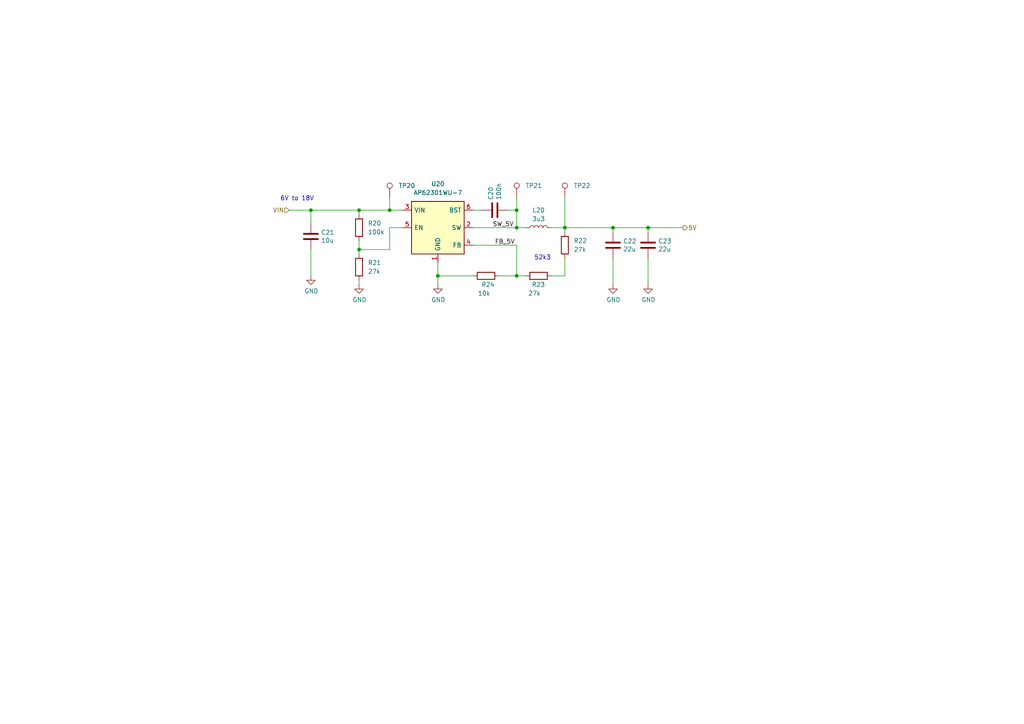
<source format=kicad_sch>
(kicad_sch (version 20211123) (generator eeschema)
  (paper "A4")
  (title_block (title "5V Regulator") (date "2023-01-30") (rev "A") (company "PaEber Electronics") (comment 1 "ESP based LED driver for ESPHome"))
  (lib_symbols
    (symbol "Connector:TestPoint" (pin_numbers hide) (pin_names (offset 0.762) hide)
      (property "Reference" "TP" (at 0 6.858 0))
      (property "Value" "TestPoint" (at 0 5.08 0))
      (symbol "TestPoint_0_1"
        (circle (center 0 3.302) (radius 0.762))
      )
      (symbol "TestPoint_1_1"
        (pin passive line (at 0 0 90) (length 2.54) (name "1") (number "1"))
      )
    )
    (symbol "Device:C" (pin_numbers hide) (pin_names (offset 0.254))
      (property "Reference" "C" (at 0.635 2.54 0))
      (property "Value" "C" (at 0.635 -2.54 0))
      (symbol "C_0_1"
        (polyline (pts (xy -2.032 -0.762) (xy 2.032 -0.762)) (stroke (width 0.508)))
        (polyline (pts (xy -2.032 0.762) (xy 2.032 0.762)) (stroke (width 0.508)))
      )
      (symbol "C_1_1"
        (pin passive line (at 0 3.81 270) (length 2.794) (name "~") (number "1"))
        (pin passive line (at 0 -3.81 90) (length 2.794) (name "~") (number "2"))
      )
    )
    (symbol "Device:R" (pin_numbers hide) (pin_names (offset 0))
      (property "Reference" "R" (at 2.032 0 90))
      (property "Value" "R" (at 0 0 90))
      (symbol "R_0_1"
        (rectangle (start -1.016 -2.54) (end 1.016 2.54) (stroke (width 0.254)))
      )
      (symbol "R_1_1"
        (pin passive line (at 0 3.81 270) (length 1.27) (name "~") (number "1"))
        (pin passive line (at 0 -3.81 90) (length 1.27) (name "~") (number "2"))
      )
    )
    (symbol "paeber:AP62301WU-7" (pin_names (offset 0.762))
      (property "Reference" "U?" (at 12.7 7.62 0))
      (property "Value" "AP62301WU-7" (at 12.7 5.08 0))
      (symbol "AP62301WU-7_0_0"
        (pin passive line (at 12.7 -15.24 90) (length 2.54) (name "GND") (number "1"))
        (pin passive line (at 22.86 -5.08 180) (length 2.54) (name "SW") (number "2"))
        (pin passive line (at 2.54 0 0) (length 2.54) (name "VIN") (number "3"))
        (pin passive line (at 22.86 -10.16 180) (length 2.54) (name "FB") (number "4"))
        (pin passive line (at 2.54 -5.08 0) (length 2.54) (name "EN") (number "5"))
        (pin passive line (at 22.86 0 180) (length 2.54) (name "BST") (number "6"))
      )
      (symbol "AP62301WU-7_0_1"
        (polyline (pts (xy 5.08 2.54) (xy 20.32 2.54) (xy 20.32 -12.7) (xy 5.08 -12.7) (xy 5.08 2.54)) (stroke (width 0.254)) (fill (type background)))
      )
    )
    (symbol "paeber:L_3u3" (pin_numbers hide) (pin_names (offset 1.016) hide)
      (property "Reference" "L?" (at 0 6.35 90))
      (property "Value" "L_3u3" (at 0 3.81 90))
      (symbol "L_3u3_0_1"
        (arc (start 0 -2.54) (mid 0.635 -1.905) (end 0 -1.27))
        (arc (start 0 -1.27) (mid 0.635 -0.635) (end 0 0))
        (arc (start 0 0) (mid 0.635 0.635) (end 0 1.27))
        (arc (start 0 1.27) (mid 0.635 1.905) (end 0 2.54))
      )
      (symbol "L_3u3_1_1"
        (pin passive line (at 0 3.81 270) (length 1.27) (name "1") (number "1"))
        (pin passive line (at 0 -3.81 90) (length 1.27) (name "2") (number "2"))
      )
    )
    (symbol "power:GND" (power) (pin_names (offset 0))
      (property "Value" "GND" (at 0 -3.81 0))
      (symbol "GND_0_1"
        (polyline (pts (xy 0 0) (xy 0 -1.27) (xy 1.27 -1.27) (xy 0 -2.54) (xy -1.27 -1.27) (xy 0 -1.27)))
      )
      (symbol "GND_1_1"
        (pin power_in line (at 0 0 270) (length 0) hide (name "GND") (number "1"))
      )
    )
  )
  (junction (at 163.83 66.04))
  (junction (at 90.17 60.96))
  (junction (at 127 80.01))
  (junction (at 177.8 66.04))
  (junction (at 149.86 80.01))
  (junction (at 149.86 60.96))
  (junction (at 104.14 72.39))
  (junction (at 149.86 66.04))
  (junction (at 104.14 60.96))
  (junction (at 187.96 66.04))
  (junction (at 113.03 60.96))
  (wire (pts (xy 116.84 60.96) (xy 113.03 60.96)))
  (wire (pts (xy 127 80.01) (xy 137.16 80.01)))
  (wire (pts (xy 163.83 66.04) (xy 177.8 66.04)))
  (wire (pts (xy 187.96 74.93) (xy 187.96 82.55)))
  (wire (pts (xy 113.03 60.96) (xy 104.14 60.96)))
  (wire (pts (xy 127 80.01) (xy 127 82.55)))
  (wire (pts (xy 137.16 60.96) (xy 139.7 60.96)))
  (wire (pts (xy 187.96 66.04) (xy 198.12 66.04)))
  (wire (pts (xy 163.83 80.01) (xy 163.83 74.93)))
  (wire (pts (xy 149.86 57.15) (xy 149.86 60.96)))
  (wire (pts (xy 137.16 66.04) (xy 149.86 66.04)))
  (wire (pts (xy 104.14 72.39) (xy 113.03 72.39)))
  (wire (pts (xy 187.96 66.04) (xy 177.8 66.04)))
  (wire (pts (xy 160.02 80.01) (xy 163.83 80.01)))
  (wire (pts (xy 104.14 60.96) (xy 104.14 62.23)))
  (wire (pts (xy 127 76.2) (xy 127 80.01)))
  (wire (pts (xy 177.8 66.04) (xy 177.8 67.31)))
  (wire (pts (xy 160.02 66.04) (xy 163.83 66.04)))
  (wire (pts (xy 90.17 72.39) (xy 90.17 80.01)))
  (wire (pts (xy 104.14 72.39) (xy 104.14 73.66)))
  (wire (pts (xy 113.03 66.04) (xy 113.03 72.39)))
  (wire (pts (xy 104.14 81.28) (xy 104.14 82.55)))
  (wire (pts (xy 149.86 80.01) (xy 144.78 80.01)))
  (wire (pts (xy 113.03 57.15) (xy 113.03 60.96)))
  (wire (pts (xy 90.17 60.96) (xy 90.17 64.77)))
  (wire (pts (xy 90.17 60.96) (xy 104.14 60.96)))
  (wire (pts (xy 149.86 60.96) (xy 149.86 66.04)))
  (wire (pts (xy 116.84 66.04) (xy 113.03 66.04)))
  (wire (pts (xy 147.32 60.96) (xy 149.86 60.96)))
  (wire (pts (xy 149.86 80.01) (xy 152.4 80.01)))
  (wire (pts (xy 187.96 67.31) (xy 187.96 66.04)))
  (wire (pts (xy 149.86 71.12) (xy 149.86 80.01)))
  (wire (pts (xy 149.86 66.04) (xy 152.4 66.04)))
  (wire (pts (xy 177.8 74.93) (xy 177.8 82.55)))
  (wire (pts (xy 83.82 60.96) (xy 90.17 60.96)))
  (wire (pts (xy 163.83 66.04) (xy 163.83 67.31)))
  (wire (pts (xy 137.16 71.12) (xy 149.86 71.12)))
  (wire (pts (xy 163.83 57.15) (xy 163.83 66.04)))
  (wire (pts (xy 104.14 69.85) (xy 104.14 72.39)))
  (text "52k3\n" (at 154.94 75.565 0) (effects (font (size 1.27 1.27)) (justify left bottom)))
  (text "6V to 18V\n" (at 81.28 58.42 0) (effects (font (size 1.27 1.27)) (justify left bottom)))
  (label "FB_5V" (at 143.51 71.12 0))
  (label "SW_5V" (at 142.875 66.04 0))
  (hierarchical_label "VIN" (shape input) (at 83.82 60.96 180))
  (hierarchical_label "5V" (shape output) (at 198.12 66.04 0))
  (symbol (lib_id "power:GND") (at 104.14 82.55 0) (unit 1)
    (property "Reference" "#PWR0122" (effects hide))
    (property "Value" "GND" (at 104.267 86.9442 0))
  )
  (symbol (lib_id "paeber:L_3u3") (at 156.21 66.04 90) (unit 1)
    (property "Reference" "L20" (at 156.21 60.96 90))
    (property "Value" "3u3" (at 156.21 63.5 90))
    (property "Footprint" "paeber:XAL6030182MEB-HandSolder" (effects hide))
    (property "Datasheet" "https://www.mouser.ch/datasheet/2/597/xal60xx-270658.pdf" (effects hide))
    (property "Height" "3.1" (effects hide))
    (property "Mouser" "994-XAL6030-332MEC" (effects hide))
    (property "Manufacturer_Part_Number" "XAL6030-332MEC" (effects hide))
  )
  (symbol (lib_id "power:GND") (at 90.17 80.01 0) (unit 1)
    (property "Reference" "#PWR0121" (effects hide))
    (property "Value" "GND" (at 90.297 84.4042 0))
  )
  (symbol (lib_id "Device:R") (at 140.97 80.01 90) (unit 1)
    (property "Reference" "R24" (at 143.51 82.55 90) (effects (justify left)))
    (property "Value" "10k" (at 142.24 85.09 90) (effects (justify left)))
    (property "Footprint" "Resistor_SMD:R_0603_1608Metric_Pad0.98x0.95mm_HandSolder" (effects hide))
  )
  (symbol (lib_id "Connector:TestPoint") (at 149.86 57.15 0) (unit 1)
    (property "Reference" "TP21" (at 152.4 53.8479 0) (effects (justify left)))
    (property "Value" "TestPoint" (effects hide))
    (property "Footprint" "TestPoint:TestPoint_Pad_D1.5mm" (effects hide))
  )
  (symbol (lib_id "paeber:AP62301WU-7") (at 114.3 60.96 0) (unit 1)
    (property "Reference" "U20" (at 127 53.34 0))
    (property "Value" "AP62301WU-7" (at 127 55.88 0))
    (property "Footprint" "paeber:TSOT-26" (effects hide))
    (property "Datasheet" "https://datasheet.datasheetarchive.com/originals/distributors/Datasheets_SAMA/ede98d9c0c870d3f60ace1e8795af033.pdf" (effects hide))
    (property "Description" "Switching Voltage Regulators DCDC Conv HV Buck TSOT26 T&R 3K" (effects hide))
    (property "Height" "1" (effects hide))
    (property "Mouser" "621-AP62301WU-7" (effects hide))
    (property "Mouser Price/Stock" "https://www.mouser.co.uk/ProductDetail/Diodes-Incorporated/AP62301WU-7?qs=7MVldsJ5Uaw8ZNNQQbqpmA%3D%3D" (effects hide))
    (property "Manufacturer_Name" "Diodes Inc." (effects hide))
    (property "Manufacturer_Part_Number" "AP62301WU-7" (effects hide))
  )
  (symbol (lib_id "Device:R") (at 104.14 77.47 0) (unit 1)
    (property "Reference" "R21" (at 106.68 76.2 0) (effects (justify left)))
    (property "Value" "27k" (at 106.68 78.74 0) (effects (justify left)))
    (property "Footprint" "Resistor_SMD:R_0603_1608Metric_Pad0.98x0.95mm_HandSolder" (effects hide))
  )
  (symbol (lib_id "Device:C") (at 90.17 68.58 0) (unit 1)
    (property "Reference" "C21" (at 93.091 67.4116 0) (effects (justify left)))
    (property "Value" "10u" (at 93.091 69.723 0) (effects (justify left)))
    (property "Footprint" "Capacitor_SMD:C_1206_3216Metric" (effects hide))
    (property "Mouser" "581-1206DD106MAT2A" (effects hide))
  )
  (symbol (lib_id "power:GND") (at 177.8 82.55 0) (unit 1)
    (property "Reference" "#PWR0119" (effects hide))
    (property "Value" "GND" (at 177.927 86.9442 0))
  )
  (symbol (lib_id "Device:R") (at 156.21 80.01 90) (unit 1)
    (property "Reference" "R23" (at 158.115 82.55 90) (effects (justify left)))
    (property "Value" "27k" (at 156.845 85.09 90) (effects (justify left)))
    (property "Footprint" "Resistor_SMD:R_0603_1608Metric_Pad0.98x0.95mm_HandSolder" (effects hide))
  )
  (symbol (lib_id "power:GND") (at 127 82.55 0) (unit 1)
    (property "Reference" "#PWR0123" (effects hide))
    (property "Value" "GND" (at 127.127 86.9442 0))
  )
  (symbol (lib_id "power:GND") (at 187.96 82.55 0) (unit 1)
    (property "Reference" "#PWR0120" (effects hide))
    (property "Value" "GND" (at 188.087 86.9442 0))
  )
  (symbol (lib_id "Device:C") (at 177.8 71.12 0) (unit 1)
    (property "Reference" "C22" (at 180.721 69.9516 0) (effects (justify left)))
    (property "Value" "22u" (at 180.721 72.263 0) (effects (justify left)))
    (property "Footprint" "Capacitor_SMD:C_1206_3216Metric" (effects hide))
    (property "Mouser" "581-1206YD226MAT2A" (effects hide))
  )
  (symbol (lib_id "Device:C") (at 187.96 71.12 0) (unit 1)
    (property "Reference" "C23" (at 190.881 69.9516 0) (effects (justify left)))
    (property "Value" "22u" (at 190.881 72.263 0) (effects (justify left)))
    (property "Footprint" "Capacitor_SMD:C_1206_3216Metric" (effects hide))
    (property "Mouser" "581-1206YD226MAT2A" (effects hide))
  )
  (symbol (lib_id "Connector:TestPoint") (at 163.83 57.15 0) (unit 1)
    (property "Reference" "TP22" (at 166.37 53.8479 0) (effects (justify left)))
    (property "Value" "TestPoint" (effects hide))
    (property "Footprint" "TestPoint:TestPoint_Pad_D1.5mm" (effects hide))
  )
  (symbol (lib_id "Device:R") (at 104.14 66.04 0) (unit 1)
    (property "Reference" "R20" (at 106.68 64.77 0) (effects (justify left)))
    (property "Value" "100k" (at 106.68 67.31 0) (effects (justify left)))
    (property "Footprint" "Resistor_SMD:R_0603_1608Metric_Pad0.98x0.95mm_HandSolder" (effects hide))
  )
  (symbol (lib_id "Device:R") (at 163.83 71.12 0) (unit 1)
    (property "Reference" "R22" (at 166.37 69.85 0) (effects (justify left)))
    (property "Value" "27k" (at 166.37 72.39 0) (effects (justify left)))
    (property "Footprint" "Resistor_SMD:R_0603_1608Metric_Pad0.98x0.95mm_HandSolder" (effects hide))
  )
  (symbol (lib_id "Device:C") (at 143.51 60.96 90) (unit 1)
    (property "Reference" "C20" (at 142.3416 58.039 0) (effects (justify left)))
    (property "Value" "100n" (at 144.653 58.039 0) (effects (justify left)))
    (property "Footprint" "Capacitor_SMD:C_0603_1608Metric_Pad1.08x0.95mm_HandSolder" (effects hide))
    (property "Mouser" "603-AC0805KR9BB104" (effects hide))
  )
  (symbol (lib_id "Connector:TestPoint") (at 113.03 57.15 0) (unit 1)
    (property "Reference" "TP20" (at 115.57 53.8479 0) (effects (justify left)))
    (property "Value" "TestPoint" (effects hide))
    (property "Footprint" "TestPoint:TestPoint_Pad_D1.5mm" (effects hide))
  )
)
</source>
